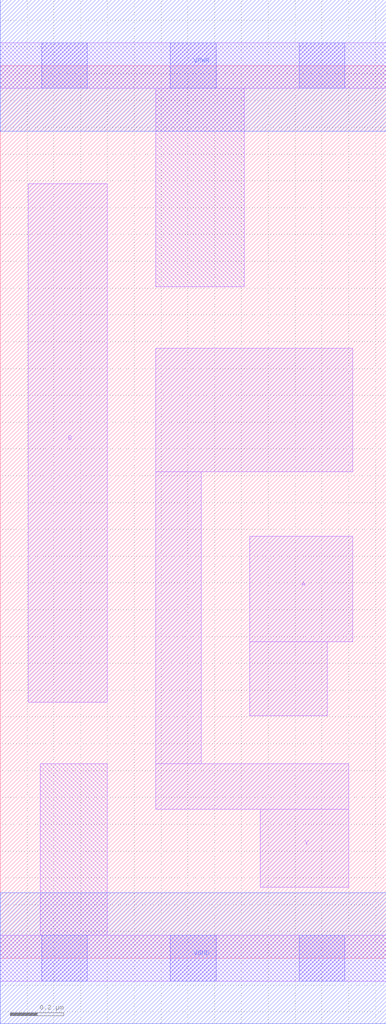
<source format=lef>
# Copyright 2020 The SkyWater PDK Authors
#
# Licensed under the Apache License, Version 2.0 (the "License");
# you may not use this file except in compliance with the License.
# You may obtain a copy of the License at
#
#     https://www.apache.org/licenses/LICENSE-2.0
#
# Unless required by applicable law or agreed to in writing, software
# distributed under the License is distributed on an "AS IS" BASIS,
# WITHOUT WARRANTIES OR CONDITIONS OF ANY KIND, either express or implied.
# See the License for the specific language governing permissions and
# limitations under the License.
#
# SPDX-License-Identifier: Apache-2.0

VERSION 5.7 ;
  NAMESCASESENSITIVE ON ;
  NOWIREEXTENSIONATPIN ON ;
  DIVIDERCHAR "/" ;
  BUSBITCHARS "[]" ;
UNITS
  DATABASE MICRONS 200 ;
END UNITS
MACRO sky130_fd_sc_lp__nand2_lp
  CLASS CORE ;
  SOURCE USER ;
  FOREIGN sky130_fd_sc_lp__nand2_lp ;
  ORIGIN  0.000000  0.000000 ;
  SIZE  1.440000 BY  3.330000 ;
  SYMMETRY X Y ;
  SITE unit ;
  PIN A
    ANTENNAGATEAREA  0.189000 ;
    USE SIGNAL ;
    PORT
      LAYER li1 ;
        RECT 0.930000 0.905000 1.220000 1.180000 ;
        RECT 0.930000 1.180000 1.315000 1.575000 ;
    END
  END A
  PIN B
    ANTENNAGATEAREA  0.189000 ;
    USE SIGNAL ;
    PORT
      LAYER li1 ;
        RECT 0.105000 0.955000 0.400000 2.890000 ;
    END
  END B
  PIN Y
    ANTENNADIFFAREA  0.237300 ;
    USE SIGNAL ;
    PORT
      LAYER li1 ;
        RECT 0.580000 0.555000 1.300000 0.725000 ;
        RECT 0.580000 0.725000 0.750000 1.815000 ;
        RECT 0.580000 1.815000 1.315000 2.275000 ;
        RECT 0.970000 0.265000 1.300000 0.555000 ;
    END
  END Y
  PIN VGND
    DIRECTION INOUT ;
    USE GROUND ;
    PORT
      LAYER met1 ;
        RECT 0.000000 -0.245000 1.440000 0.245000 ;
    END
  END VGND
  PIN VPWR
    DIRECTION INOUT ;
    USE POWER ;
    PORT
      LAYER met1 ;
        RECT 0.000000 3.085000 1.440000 3.575000 ;
    END
  END VPWR
  OBS
    LAYER li1 ;
      RECT 0.000000 -0.085000 1.440000 0.085000 ;
      RECT 0.000000  3.245000 1.440000 3.415000 ;
      RECT 0.150000  0.085000 0.400000 0.725000 ;
      RECT 0.580000  2.505000 0.910000 3.245000 ;
    LAYER mcon ;
      RECT 0.155000 -0.085000 0.325000 0.085000 ;
      RECT 0.155000  3.245000 0.325000 3.415000 ;
      RECT 0.635000 -0.085000 0.805000 0.085000 ;
      RECT 0.635000  3.245000 0.805000 3.415000 ;
      RECT 1.115000 -0.085000 1.285000 0.085000 ;
      RECT 1.115000  3.245000 1.285000 3.415000 ;
  END
END sky130_fd_sc_lp__nand2_lp
END LIBRARY

</source>
